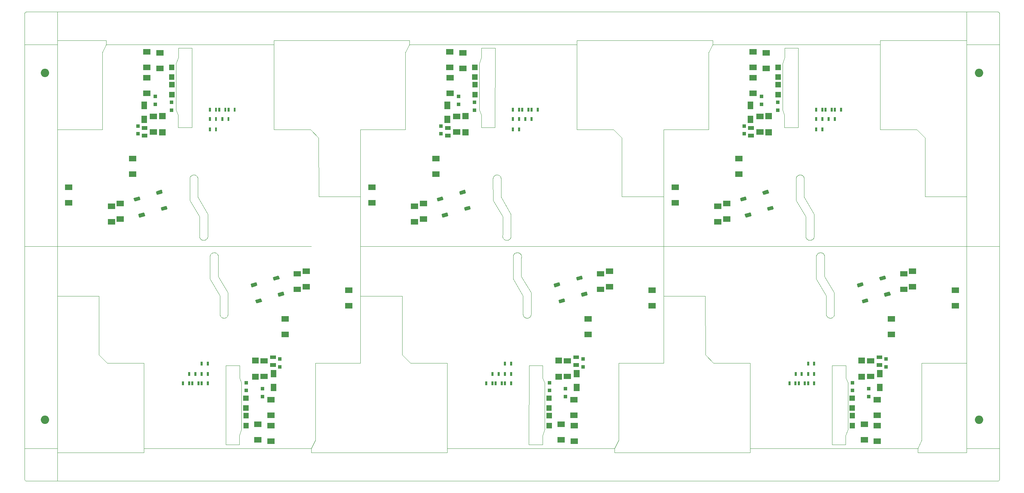
<source format=gbp>
*
%FSLAX36Y36*%
%MOIN*%
%ADD10C,0.010000*%
%ADD11R,0.053000X0.053000*%
%ADD12R,0.052000X0.052000*%
%ADD13R,0.059000X0.059000*%
%ADD14R,0.019690X0.019690*%
%ADD15R,0.055000X0.055000*%
%ADD16R,0.035430X0.035430*%
%ADD17C,0.003937*%
%ADD18C,0.080709*%
%IPPOS*%
%LNs2c02725.gbp*%
%LPD*%
G75*
G54D10*
X2274551Y1759519D02*
X2227542Y1745500D01*
X2234812Y1721130D01*
X2281821Y1735150D01*
X2274551Y1759519D01*
X2276262Y1753780D02*
X2255321D01*
X2279242Y1743780D02*
X2228051D01*
X2277251Y1733780D02*
X2231042D01*
X2243721Y1723780D02*
X2234021D01*
X2277031Y1751190D02*
Y1733719D01*
X2267031Y1757280D02*
Y1730740D01*
X2257031Y1754300D02*
Y1727760D01*
X2247031Y1751310D02*
Y1724769D01*
X2237031Y1748330D02*
Y1721790D01*
X2228421Y1914210D02*
X2181412Y1900180D01*
X2188681Y1875810D01*
X2235692Y1889830D01*
X2228421Y1914210D01*
X2228542Y1913780D02*
X2227012D01*
X2231521Y1903780D02*
X2193481D01*
X2234512Y1893780D02*
X2183321D01*
X2215412Y1883780D02*
X2186301D01*
X2227031Y1913790D02*
Y1887250D01*
X2217031Y1910810D02*
Y1884269D01*
X2207031Y1907830D02*
Y1881290D01*
X2197031Y1904850D02*
Y1878310D01*
X2187031Y1901860D02*
Y1881319D01*
X2444221Y1978569D02*
X2397212Y1964550D01*
X2404481Y1940180D01*
X2451492Y1954200D01*
X2444221Y1978569D01*
X2445651Y1973780D02*
X2428181D01*
X2448631Y1963780D02*
X2397442D01*
X2450112Y1953780D02*
X2400421D01*
X2416581Y1943780D02*
X2403401D01*
X2447031Y1969130D02*
Y1952869D01*
X2437031Y1976419D02*
Y1949880D01*
X2427031Y1973440D02*
Y1946900D01*
X2417031Y1970460D02*
Y1943919D01*
X2407031Y1967480D02*
Y1940940D01*
X2490351Y1823880D02*
X2443351Y1809860D01*
X2450612Y1785490D01*
X2497621Y1799510D01*
X2490351Y1823880D01*
X2490381Y1823780D02*
X2490021D01*
X2493371Y1813780D02*
X2456492D01*
X2496351Y1803780D02*
X2445162D01*
X2478421Y1793780D02*
X2448142D01*
X2497031Y1801480D02*
Y1799340D01*
X2487031Y1822890D02*
Y1796350D01*
X2477031Y1819910D02*
Y1793369D01*
X2467031Y1816930D02*
Y1790390D01*
X2457031Y1813950D02*
Y1787410D01*
X2447031Y1810960D02*
Y1797490D01*
G54D11*
X2723021Y2024850D02*
X2706021D01*
X2723021Y1874850D02*
X2706021D01*
X2638021Y1999850D02*
X2621021D01*
X2638021Y1849850D02*
X2621021D01*
X2502021Y1415850D02*
X2519021D01*
X2502021Y1565850D02*
X2519021D01*
X2383021Y534850D02*
X2366021D01*
X2383021Y384850D02*
X2366021D01*
X2257531Y546780D02*
X2240531D01*
X2257531Y396780D02*
X2240531D01*
X2301021Y1009850D02*
X2318021D01*
X2301021Y1159850D02*
X2318021D01*
X2365021Y634850D02*
X2382021D01*
X2365021Y784850D02*
X2382021D01*
X3117531Y1691780D02*
X3134531D01*
X3117531Y1841780D02*
X3134531D01*
G54D12*
X2134031Y534280D02*
Y535280D01*
Y630280D02*
Y631280D01*
X2132521Y703350D02*
Y704350D01*
Y799350D02*
Y800350D01*
G54D13*
X2222521Y1006850D02*
X2226521D01*
X2222521Y1162850D02*
X2226521D01*
G54D14*
X1617512Y951660D02*
Y935910D01*
X1676562Y951660D02*
Y935910D01*
X1646562Y1025910D02*
Y1041660D01*
X1587512Y1025910D02*
Y1041660D01*
X1527512Y951660D02*
Y935910D01*
X1586562Y951660D02*
Y935910D01*
X1707512Y1141660D02*
Y1125910D01*
X1766562Y1141660D02*
Y1125910D01*
Y1025910D02*
Y1041660D01*
X1707512Y1025910D02*
Y1041660D01*
Y951660D02*
Y935910D01*
X1766562Y951660D02*
Y935910D01*
G54D15*
X2399521Y1044850D02*
Y1028850D01*
Y910850D02*
Y894850D01*
G54D16*
X2136521Y874450D03*
G54D16*
Y949250D03*
X2385192Y1120380D02*
X2404881D01*
X2385192Y1195190D02*
X2404881D01*
G54D16*
X2460031Y1177190D03*
G54D16*
Y1102380D03*
G54D16*
X2292031Y891190D03*
G54D16*
Y816380D03*
G54D10*
X5196551Y1759519D02*
X5149542Y1745500D01*
X5156812Y1721130D01*
X5203821Y1735150D01*
X5196551Y1759519D01*
X5198262Y1753780D02*
X5177321D01*
X5201242Y1743780D02*
X5150051D01*
X5199251Y1733780D02*
X5153042D01*
X5165721Y1723780D02*
X5156021D01*
X5199031Y1751190D02*
Y1733719D01*
X5189031Y1757280D02*
Y1730740D01*
X5179031Y1754300D02*
Y1727760D01*
X5169031Y1751310D02*
Y1724769D01*
X5159031Y1748330D02*
Y1721790D01*
X5150421Y1914210D02*
X5103412Y1900180D01*
X5110681Y1875810D01*
X5157692Y1889830D01*
X5150421Y1914210D01*
X5150542Y1913780D02*
X5149012D01*
X5153521Y1903780D02*
X5115481D01*
X5156512Y1893780D02*
X5105321D01*
X5137412Y1883780D02*
X5108301D01*
X5149031Y1913790D02*
Y1887250D01*
X5139031Y1910810D02*
Y1884269D01*
X5129031Y1907830D02*
Y1881290D01*
X5119031Y1904850D02*
Y1878310D01*
X5109031Y1901860D02*
Y1881319D01*
X5366221Y1978569D02*
X5319212Y1964550D01*
X5326481Y1940180D01*
X5373492Y1954200D01*
X5366221Y1978569D01*
X5367651Y1973780D02*
X5350181D01*
X5370631Y1963780D02*
X5319442D01*
X5372112Y1953780D02*
X5322421D01*
X5338581Y1943780D02*
X5325401D01*
X5369031Y1969130D02*
Y1952869D01*
X5359031Y1976419D02*
Y1949880D01*
X5349031Y1973440D02*
Y1946900D01*
X5339031Y1970460D02*
Y1943919D01*
X5329031Y1967480D02*
Y1940940D01*
X5412351Y1823880D02*
X5365351Y1809860D01*
X5372612Y1785490D01*
X5419621Y1799510D01*
X5412351Y1823880D01*
X5412381Y1823780D02*
X5412021D01*
X5415371Y1813780D02*
X5378492D01*
X5418351Y1803780D02*
X5367162D01*
X5400421Y1793780D02*
X5370142D01*
X5419031Y1801480D02*
Y1799340D01*
X5409031Y1822890D02*
Y1796350D01*
X5399031Y1819910D02*
Y1793369D01*
X5389031Y1816930D02*
Y1790390D01*
X5379031Y1813950D02*
Y1787410D01*
X5369031Y1810960D02*
Y1797490D01*
G54D11*
X5645021Y2024850D02*
X5628021D01*
X5645021Y1874850D02*
X5628021D01*
X5560021Y1999850D02*
X5543021D01*
X5560021Y1849850D02*
X5543021D01*
X5424021Y1415850D02*
X5441021D01*
X5424021Y1565850D02*
X5441021D01*
X5305021Y534850D02*
X5288021D01*
X5305021Y384850D02*
X5288021D01*
X5179531Y546780D02*
X5162531D01*
X5179531Y396780D02*
X5162531D01*
X5223021Y1009850D02*
X5240021D01*
X5223021Y1159850D02*
X5240021D01*
X5287021Y634850D02*
X5304021D01*
X5287021Y784850D02*
X5304021D01*
X6039531Y1691780D02*
X6056531D01*
X6039531Y1841780D02*
X6056531D01*
G54D12*
X5056031Y534280D02*
Y535280D01*
Y630280D02*
Y631280D01*
X5054521Y703350D02*
Y704350D01*
Y799350D02*
Y800350D01*
G54D13*
X5144521Y1006850D02*
X5148521D01*
X5144521Y1162850D02*
X5148521D01*
G54D14*
X4539512Y951660D02*
Y935910D01*
X4598562Y951660D02*
Y935910D01*
X4568562Y1025910D02*
Y1041660D01*
X4509512Y1025910D02*
Y1041660D01*
X4449512Y951660D02*
Y935910D01*
X4508562Y951660D02*
Y935910D01*
X4629512Y1141660D02*
Y1125910D01*
X4688562Y1141660D02*
Y1125910D01*
Y1025910D02*
Y1041660D01*
X4629512Y1025910D02*
Y1041660D01*
Y951660D02*
Y935910D01*
X4688562Y951660D02*
Y935910D01*
G54D15*
X5321521Y1044850D02*
Y1028850D01*
Y910850D02*
Y894850D01*
G54D16*
X5058521Y874450D03*
G54D16*
Y949250D03*
X5307192Y1120380D02*
X5326881D01*
X5307192Y1195190D02*
X5326881D01*
G54D16*
X5382031Y1177190D03*
G54D16*
Y1102380D03*
G54D16*
X5214031Y891190D03*
G54D16*
Y816380D03*
G54D10*
X8118551Y1759519D02*
X8071542Y1745500D01*
X8078812Y1721130D01*
X8125821Y1735150D01*
X8118551Y1759519D01*
X8120262Y1753780D02*
X8099321D01*
X8123242Y1743780D02*
X8072051D01*
X8121251Y1733780D02*
X8075042D01*
X8087721Y1723780D02*
X8078021D01*
X8121031Y1751190D02*
Y1733719D01*
X8111031Y1757280D02*
Y1730740D01*
X8101031Y1754300D02*
Y1727760D01*
X8091031Y1751310D02*
Y1724769D01*
X8081031Y1748330D02*
Y1721790D01*
X8072421Y1914210D02*
X8025412Y1900180D01*
X8032681Y1875810D01*
X8079692Y1889830D01*
X8072421Y1914210D01*
X8072542Y1913780D02*
X8071012D01*
X8075521Y1903780D02*
X8037481D01*
X8078512Y1893780D02*
X8027321D01*
X8059412Y1883780D02*
X8030301D01*
X8071031Y1913790D02*
Y1887250D01*
X8061031Y1910810D02*
Y1884269D01*
X8051031Y1907830D02*
Y1881290D01*
X8041031Y1904850D02*
Y1878310D01*
X8031031Y1901860D02*
Y1881319D01*
X8288221Y1978569D02*
X8241212Y1964550D01*
X8248481Y1940180D01*
X8295492Y1954200D01*
X8288221Y1978569D01*
X8289651Y1973780D02*
X8272181D01*
X8292631Y1963780D02*
X8241442D01*
X8294112Y1953780D02*
X8244421D01*
X8260581Y1943780D02*
X8247401D01*
X8291031Y1969130D02*
Y1952869D01*
X8281031Y1976419D02*
Y1949880D01*
X8271031Y1973440D02*
Y1946900D01*
X8261031Y1970460D02*
Y1943919D01*
X8251031Y1967480D02*
Y1940940D01*
X8334351Y1823880D02*
X8287351Y1809860D01*
X8294612Y1785490D01*
X8341621Y1799510D01*
X8334351Y1823880D01*
X8334381Y1823780D02*
X8334021D01*
X8337371Y1813780D02*
X8300492D01*
X8340351Y1803780D02*
X8289162D01*
X8322421Y1793780D02*
X8292142D01*
X8341031Y1801480D02*
Y1799340D01*
X8331031Y1822890D02*
Y1796350D01*
X8321031Y1819910D02*
Y1793369D01*
X8311031Y1816930D02*
Y1790390D01*
X8301031Y1813950D02*
Y1787410D01*
X8291031Y1810960D02*
Y1797490D01*
G54D11*
X8567021Y2024850D02*
X8550021D01*
X8567021Y1874850D02*
X8550021D01*
X8482021Y1999850D02*
X8465021D01*
X8482021Y1849850D02*
X8465021D01*
X8346021Y1415850D02*
X8363021D01*
X8346021Y1565850D02*
X8363021D01*
X8227021Y534850D02*
X8210021D01*
X8227021Y384850D02*
X8210021D01*
X8101531Y546780D02*
X8084531D01*
X8101531Y396780D02*
X8084531D01*
X8145021Y1009850D02*
X8162021D01*
X8145021Y1159850D02*
X8162021D01*
X8209021Y634850D02*
X8226021D01*
X8209021Y784850D02*
X8226021D01*
X8961531Y1691780D02*
X8978531D01*
X8961531Y1841780D02*
X8978531D01*
G54D12*
X7978031Y534280D02*
Y535280D01*
Y630280D02*
Y631280D01*
X7976521Y703350D02*
Y704350D01*
Y799350D02*
Y800350D01*
G54D13*
X8066521Y1006850D02*
X8070521D01*
X8066521Y1162850D02*
X8070521D01*
G54D14*
X7461512Y951660D02*
Y935910D01*
X7520562Y951660D02*
Y935910D01*
X7490562Y1025910D02*
Y1041660D01*
X7431512Y1025910D02*
Y1041660D01*
X7371512Y951660D02*
Y935910D01*
X7430562Y951660D02*
Y935910D01*
X7551512Y1141660D02*
Y1125910D01*
X7610562Y1141660D02*
Y1125910D01*
Y1025910D02*
Y1041660D01*
X7551512Y1025910D02*
Y1041660D01*
Y951660D02*
Y935910D01*
X7610562Y951660D02*
Y935910D01*
G54D15*
X8243521Y1044850D02*
Y1028850D01*
Y910850D02*
Y894850D01*
G54D16*
X7980521Y874450D03*
G54D16*
Y949250D03*
X8229192Y1120380D02*
X8248881D01*
X8229192Y1195190D02*
X8248881D01*
G54D16*
X8304031Y1177190D03*
G54D16*
Y1102380D03*
G54D16*
X8136031Y891190D03*
G54D16*
Y816380D03*
G54D10*
X1277512Y2768040D02*
X1324521Y2782060D01*
X1317251Y2806430D01*
X1270242Y2792410D01*
X1277512Y2768040D01*
X1275801Y2773780D02*
X1296742D01*
X1272821Y2783780D02*
X1324012D01*
X1274812Y2793780D02*
X1321021D01*
X1308342Y2803780D02*
X1318042D01*
X1275031Y2776369D02*
Y2793840D01*
X1285031Y2770280D02*
Y2796819D01*
X1295031Y2773260D02*
Y2799800D01*
X1305031Y2776250D02*
Y2802790D01*
X1315031Y2779230D02*
Y2805769D01*
X1323642Y2613350D02*
X1370651Y2627380D01*
X1363381Y2651750D01*
X1316371Y2637730D01*
X1323642Y2613350D01*
X1323521Y2613780D02*
X1325051D01*
X1320542Y2623780D02*
X1358581D01*
X1317551Y2633780D02*
X1368742D01*
X1336651Y2643780D02*
X1365762D01*
X1325031Y2613769D02*
Y2640310D01*
X1335031Y2616750D02*
Y2643290D01*
X1345031Y2619730D02*
Y2646269D01*
X1355031Y2622710D02*
Y2649250D01*
X1365031Y2625700D02*
Y2646240D01*
X1107842Y2548990D02*
X1154851Y2563010D01*
X1147581Y2587380D01*
X1100571Y2573360D01*
X1107842Y2548990D01*
X1106412Y2553780D02*
X1123881D01*
X1103431Y2563780D02*
X1154621D01*
X1101951Y2573780D02*
X1151642D01*
X1135481Y2583780D02*
X1148662D01*
X1105031Y2558430D02*
Y2574690D01*
X1115031Y2551140D02*
Y2577680D01*
X1125031Y2554119D02*
Y2580660D01*
X1135031Y2557100D02*
Y2583640D01*
X1145031Y2560080D02*
Y2586619D01*
X1061712Y2703680D02*
X1108712Y2717700D01*
X1101451Y2742069D01*
X1054442Y2728050D01*
X1061712Y2703680D01*
X1061681Y2703780D02*
X1062042D01*
X1058692Y2713780D02*
X1095571D01*
X1055712Y2723780D02*
X1106901D01*
X1073642Y2733780D02*
X1103921D01*
X1055031Y2726080D02*
Y2728219D01*
X1065031Y2704669D02*
Y2731210D01*
X1075031Y2707650D02*
Y2734190D01*
X1085031Y2710630D02*
Y2737169D01*
X1095031Y2713610D02*
Y2740150D01*
X1105031Y2716600D02*
Y2730069D01*
G54D11*
X829042Y2502710D02*
X846042D01*
X829042Y2652710D02*
X846042D01*
X914042Y2527710D02*
X931042D01*
X914042Y2677710D02*
X931042D01*
X1050042Y3111710D02*
X1033042D01*
X1050042Y2961710D02*
X1033042D01*
X1169042Y3992710D02*
X1186042D01*
X1169042Y4142710D02*
X1186042D01*
X1294531Y3980780D02*
X1311531D01*
X1294531Y4130780D02*
X1311531D01*
X1251042Y3517710D02*
X1234042D01*
X1251042Y3367710D02*
X1234042D01*
X1187042Y3892710D02*
X1170042D01*
X1187042Y3742710D02*
X1170042D01*
X434531Y2835780D02*
X417531D01*
X434531Y2685780D02*
X417531D01*
G54D12*
X1418031Y3993280D02*
Y3992280D01*
Y3897280D02*
Y3896280D01*
X1419542Y3824210D02*
Y3823210D01*
Y3728210D02*
Y3727210D01*
G54D13*
X1329542Y3520710D02*
X1325542D01*
X1329542Y3364710D02*
X1325542D01*
G54D14*
X1934551Y3575900D02*
Y3591650D01*
X1875501Y3575900D02*
Y3591650D01*
X1905501Y3501650D02*
Y3485900D01*
X1964551Y3501650D02*
Y3485900D01*
X2024551Y3575900D02*
Y3591650D01*
X1965501Y3575900D02*
Y3591650D01*
X1844551Y3385900D02*
Y3401650D01*
X1785501Y3385900D02*
Y3401650D01*
Y3501650D02*
Y3485900D01*
X1844551Y3501650D02*
Y3485900D01*
Y3575900D02*
Y3591650D01*
X1785501Y3575900D02*
Y3591650D01*
G54D15*
X1152542Y3482710D02*
Y3498710D01*
Y3616710D02*
Y3632710D01*
G54D16*
X1415542Y3653110D03*
Y3578310D03*
X1166871Y3407180D02*
X1147181D01*
X1166871Y3332369D02*
X1147181D01*
X1092031Y3350369D03*
Y3425180D03*
X1260031Y3636369D03*
Y3711180D03*
G54D10*
X4199512Y2768040D02*
X4246521Y2782060D01*
X4239251Y2806430D01*
X4192242Y2792410D01*
X4199512Y2768040D01*
X4197801Y2773780D02*
X4218742D01*
X4194821Y2783780D02*
X4246012D01*
X4196812Y2793780D02*
X4243021D01*
X4230342Y2803780D02*
X4240042D01*
X4197031Y2776369D02*
Y2793840D01*
X4207031Y2770280D02*
Y2796819D01*
X4217031Y2773260D02*
Y2799800D01*
X4227031Y2776250D02*
Y2802790D01*
X4237031Y2779230D02*
Y2805769D01*
X4245642Y2613350D02*
X4292651Y2627380D01*
X4285381Y2651750D01*
X4238371Y2637730D01*
X4245642Y2613350D01*
X4245521Y2613780D02*
X4247051D01*
X4242542Y2623780D02*
X4280581D01*
X4239551Y2633780D02*
X4290742D01*
X4258651Y2643780D02*
X4287762D01*
X4247031Y2613769D02*
Y2640310D01*
X4257031Y2616750D02*
Y2643290D01*
X4267031Y2619730D02*
Y2646269D01*
X4277031Y2622710D02*
Y2649250D01*
X4287031Y2625700D02*
Y2646240D01*
X4029842Y2548990D02*
X4076851Y2563010D01*
X4069581Y2587380D01*
X4022571Y2573360D01*
X4029842Y2548990D01*
X4028412Y2553780D02*
X4045881D01*
X4025431Y2563780D02*
X4076621D01*
X4023951Y2573780D02*
X4073642D01*
X4057481Y2583780D02*
X4070662D01*
X4027031Y2558430D02*
Y2574690D01*
X4037031Y2551140D02*
Y2577680D01*
X4047031Y2554119D02*
Y2580660D01*
X4057031Y2557100D02*
Y2583640D01*
X4067031Y2560080D02*
Y2586619D01*
X3983712Y2703680D02*
X4030712Y2717700D01*
X4023451Y2742069D01*
X3976442Y2728050D01*
X3983712Y2703680D01*
X3983681Y2703780D02*
X3984042D01*
X3980692Y2713780D02*
X4017571D01*
X3977712Y2723780D02*
X4028901D01*
X3995642Y2733780D02*
X4025921D01*
X3977031Y2726080D02*
Y2728219D01*
X3987031Y2704669D02*
Y2731210D01*
X3997031Y2707650D02*
Y2734190D01*
X4007031Y2710630D02*
Y2737169D01*
X4017031Y2713610D02*
Y2740150D01*
X4027031Y2716600D02*
Y2730069D01*
G54D11*
X3751042Y2502710D02*
X3768042D01*
X3751042Y2652710D02*
X3768042D01*
X3836042Y2527710D02*
X3853042D01*
X3836042Y2677710D02*
X3853042D01*
X3972042Y3111710D02*
X3955042D01*
X3972042Y2961710D02*
X3955042D01*
X4091042Y3992710D02*
X4108042D01*
X4091042Y4142710D02*
X4108042D01*
X4216531Y3980780D02*
X4233531D01*
X4216531Y4130780D02*
X4233531D01*
X4173042Y3517710D02*
X4156042D01*
X4173042Y3367710D02*
X4156042D01*
X4109042Y3892710D02*
X4092042D01*
X4109042Y3742710D02*
X4092042D01*
X3356531Y2835780D02*
X3339531D01*
X3356531Y2685780D02*
X3339531D01*
G54D12*
X4340031Y3993280D02*
Y3992280D01*
Y3897280D02*
Y3896280D01*
X4341542Y3824210D02*
Y3823210D01*
Y3728210D02*
Y3727210D01*
G54D13*
X4251542Y3520710D02*
X4247542D01*
X4251542Y3364710D02*
X4247542D01*
G54D14*
X4856551Y3575900D02*
Y3591650D01*
X4797501Y3575900D02*
Y3591650D01*
X4827501Y3501650D02*
Y3485900D01*
X4886551Y3501650D02*
Y3485900D01*
X4946551Y3575900D02*
Y3591650D01*
X4887501Y3575900D02*
Y3591650D01*
X4766551Y3385900D02*
Y3401650D01*
X4707501Y3385900D02*
Y3401650D01*
Y3501650D02*
Y3485900D01*
X4766551Y3501650D02*
Y3485900D01*
Y3575900D02*
Y3591650D01*
X4707501Y3575900D02*
Y3591650D01*
G54D15*
X4074542Y3482710D02*
Y3498710D01*
Y3616710D02*
Y3632710D01*
G54D16*
X4337542Y3653110D03*
Y3578310D03*
X4088871Y3407180D02*
X4069181D01*
X4088871Y3332369D02*
X4069181D01*
X4014031Y3350369D03*
Y3425180D03*
X4182031Y3636369D03*
Y3711180D03*
G54D10*
X7121512Y2768040D02*
X7168521Y2782060D01*
X7161251Y2806430D01*
X7114242Y2792410D01*
X7121512Y2768040D01*
X7119801Y2773780D02*
X7140742D01*
X7116821Y2783780D02*
X7168012D01*
X7118812Y2793780D02*
X7165021D01*
X7152342Y2803780D02*
X7162042D01*
X7119031Y2776369D02*
Y2793840D01*
X7129031Y2770280D02*
Y2796819D01*
X7139031Y2773260D02*
Y2799800D01*
X7149031Y2776250D02*
Y2802790D01*
X7159031Y2779230D02*
Y2805769D01*
X7167642Y2613350D02*
X7214651Y2627380D01*
X7207381Y2651750D01*
X7160371Y2637730D01*
X7167642Y2613350D01*
X7167521Y2613780D02*
X7169051D01*
X7164542Y2623780D02*
X7202581D01*
X7161551Y2633780D02*
X7212742D01*
X7180651Y2643780D02*
X7209762D01*
X7169031Y2613769D02*
Y2640310D01*
X7179031Y2616750D02*
Y2643290D01*
X7189031Y2619730D02*
Y2646269D01*
X7199031Y2622710D02*
Y2649250D01*
X7209031Y2625700D02*
Y2646240D01*
X6951842Y2548990D02*
X6998851Y2563010D01*
X6991581Y2587380D01*
X6944571Y2573360D01*
X6951842Y2548990D01*
X6950412Y2553780D02*
X6967881D01*
X6947431Y2563780D02*
X6998621D01*
X6945951Y2573780D02*
X6995642D01*
X6979481Y2583780D02*
X6992662D01*
X6949031Y2558430D02*
Y2574690D01*
X6959031Y2551140D02*
Y2577680D01*
X6969031Y2554119D02*
Y2580660D01*
X6979031Y2557100D02*
Y2583640D01*
X6989031Y2560080D02*
Y2586619D01*
X6905712Y2703680D02*
X6952712Y2717700D01*
X6945451Y2742069D01*
X6898442Y2728050D01*
X6905712Y2703680D01*
X6905681Y2703780D02*
X6906042D01*
X6902692Y2713780D02*
X6939571D01*
X6899712Y2723780D02*
X6950901D01*
X6917642Y2733780D02*
X6947921D01*
X6899031Y2726080D02*
Y2728219D01*
X6909031Y2704669D02*
Y2731210D01*
X6919031Y2707650D02*
Y2734190D01*
X6929031Y2710630D02*
Y2737169D01*
X6939031Y2713610D02*
Y2740150D01*
X6949031Y2716600D02*
Y2730069D01*
G54D11*
X6673042Y2502710D02*
X6690042D01*
X6673042Y2652710D02*
X6690042D01*
X6758042Y2527710D02*
X6775042D01*
X6758042Y2677710D02*
X6775042D01*
X6894042Y3111710D02*
X6877042D01*
X6894042Y2961710D02*
X6877042D01*
X7013042Y3992710D02*
X7030042D01*
X7013042Y4142710D02*
X7030042D01*
X7138531Y3980780D02*
X7155531D01*
X7138531Y4130780D02*
X7155531D01*
X7095042Y3517710D02*
X7078042D01*
X7095042Y3367710D02*
X7078042D01*
X7031042Y3892710D02*
X7014042D01*
X7031042Y3742710D02*
X7014042D01*
X6278531Y2835780D02*
X6261531D01*
X6278531Y2685780D02*
X6261531D01*
G54D12*
X7262031Y3993280D02*
Y3992280D01*
Y3897280D02*
Y3896280D01*
X7263542Y3824210D02*
Y3823210D01*
Y3728210D02*
Y3727210D01*
G54D13*
X7173542Y3520710D02*
X7169542D01*
X7173542Y3364710D02*
X7169542D01*
G54D14*
X7778551Y3575900D02*
Y3591650D01*
X7719501Y3575900D02*
Y3591650D01*
X7749501Y3501650D02*
Y3485900D01*
X7808551Y3501650D02*
Y3485900D01*
X7868551Y3575900D02*
Y3591650D01*
X7809501Y3575900D02*
Y3591650D01*
X7688551Y3385900D02*
Y3401650D01*
X7629501Y3385900D02*
Y3401650D01*
Y3501650D02*
Y3485900D01*
X7688551Y3501650D02*
Y3485900D01*
Y3575900D02*
Y3591650D01*
X7629501Y3575900D02*
Y3591650D01*
G54D15*
X6996542Y3482710D02*
Y3498710D01*
Y3616710D02*
Y3632710D01*
G54D16*
X7259542Y3653110D03*
Y3578310D03*
X7010871Y3407180D02*
X6991181D01*
X7010871Y3332369D02*
X6991181D01*
X6936031Y3350369D03*
Y3425180D03*
X7104031Y3636369D03*
Y3711180D03*
G54D17*
X6994421Y314969D02*
X8608592D01*
X3237031Y2263780D02*
Y2743780D01*
X2835031D01*
X2834612Y3311019D01*
X2755871Y3389760D01*
X2401642D01*
Y4212590D01*
X787471D01*
X748101Y4133850D01*
Y3389760D01*
X315031D01*
Y4527559D02*
Y0D01*
X1482542Y4177710D02*
X1612871D01*
X1612542Y3412710D01*
X1480542D01*
Y3532390D01*
X1461042Y3580890D01*
Y4028490D01*
X1482542Y4088490D01*
Y4177710D01*
X1592051Y2918150D02*
X1592721Y2709319D01*
X1686962Y2552319D01*
X1687112Y2376240D01*
X1685596Y2370120D01*
X1685052Y2363838D01*
X1685493Y2357549D01*
X1686908Y2351405D01*
X1689263Y2345556D01*
X1692500Y2340146D01*
X1696540Y2335306D01*
X1701285Y2331154D01*
X1706618Y2327791D01*
X1712410Y2325300D01*
X1718519Y2323742D01*
X1724796Y2323154D01*
X1731089Y2323551D01*
X1737243Y2324924D01*
X1743107Y2327238D01*
X1748540Y2330437D01*
X1753409Y2334443D01*
X1757594Y2339158D01*
X1760993Y2344468D01*
X1763524Y2350243D01*
X1765125Y2356341D01*
X1765421Y2358240D01*
Y2358219D02*
X1764731Y2575580D01*
X1670351Y2741100D01*
X1670212Y2913150D01*
Y2913119D02*
X1670185Y2919330D01*
X1669178Y2925458D01*
X1667214Y2931350D01*
X1664343Y2936858D01*
X1660638Y2941842D01*
X1656192Y2946178D01*
X1651116Y2949757D01*
X1645538Y2952488D01*
X1639598Y2954303D01*
X1633447Y2955157D01*
X1627237Y2955027D01*
X1621127Y2953917D01*
X1615268Y2951855D01*
X1609809Y2948893D01*
X1604887Y2945106D01*
X1600626Y2940588D01*
X1597133Y2935453D01*
X1594495Y2929830D01*
X1592779Y2923861D01*
X1592051Y2918180D01*
X6159031Y2263780D02*
Y2743780D01*
X5757031D01*
X5756612Y3311019D01*
X5677871Y3389760D01*
X5323642D01*
Y4212590D01*
X3709471D01*
X3670101Y4133850D01*
Y3389760D01*
X3237031D01*
Y2263780D01*
X4404542Y4177710D02*
X4534871D01*
X4534542Y3412710D01*
X4402542D01*
Y3532390D01*
X4383042Y3580890D01*
Y4028490D01*
X4404542Y4088490D01*
Y4177710D01*
X4514051Y2918150D02*
X4514721Y2709319D01*
X4608962Y2552319D01*
X4609112Y2376240D01*
X4607596Y2370120D01*
X4607052Y2363838D01*
X4607493Y2357549D01*
X4608908Y2351405D01*
X4611263Y2345556D01*
X4614500Y2340146D01*
X4618540Y2335306D01*
X4623285Y2331154D01*
X4628618Y2327791D01*
X4634410Y2325300D01*
X4640519Y2323742D01*
X4646796Y2323154D01*
X4653089Y2323551D01*
X4659243Y2324924D01*
X4665107Y2327238D01*
X4670540Y2330437D01*
X4675409Y2334443D01*
X4679594Y2339158D01*
X4682993Y2344468D01*
X4685524Y2350243D01*
X4687125Y2356341D01*
X4687421Y2358240D01*
Y2358219D02*
X4686731Y2575580D01*
X4592351Y2741100D01*
X4592212Y2913150D01*
Y2913119D02*
X4592185Y2919330D01*
X4591178Y2925458D01*
X4589214Y2931350D01*
X4586343Y2936858D01*
X4582638Y2941842D01*
X4578192Y2946178D01*
X4573116Y2949757D01*
X4567538Y2952488D01*
X4561598Y2954303D01*
X4555447Y2955157D01*
X4549237Y2955027D01*
X4543127Y2953917D01*
X4537268Y2951855D01*
X4531809Y2948893D01*
X4526887Y2945106D01*
X4522626Y2940588D01*
X4519133Y2935453D01*
X4516495Y2929830D01*
X4514779Y2923861D01*
X4514051Y2918180D01*
X9081031Y314969D02*
Y4527559D01*
Y2743780D02*
X8679031D01*
X8678612Y3311019D01*
X8599871Y3389760D01*
X8245642D01*
Y4212590D01*
X9396063D02*
X9081031D01*
X6631471D02*
X6592101Y4133850D01*
Y3389760D01*
X6159031D01*
Y2263780D01*
X7326542Y4177710D02*
X7456871D01*
X7456542Y3412710D01*
X7324542D01*
Y3532390D01*
X7305042Y3580890D01*
Y4028490D01*
X7326542Y4088490D01*
Y4177710D01*
X7436051Y2918150D02*
X7436721Y2709319D01*
X7530962Y2552319D01*
X7531112Y2376240D01*
X7529596Y2370120D01*
X7529052Y2363838D01*
X7529493Y2357549D01*
X7530908Y2351405D01*
X7533263Y2345556D01*
X7536500Y2340146D01*
X7540540Y2335306D01*
X7545285Y2331154D01*
X7550618Y2327791D01*
X7556410Y2325300D01*
X7562519Y2323742D01*
X7568796Y2323154D01*
X7575089Y2323551D01*
X7581243Y2324924D01*
X7587107Y2327238D01*
X7592540Y2330437D01*
X7597409Y2334443D01*
X7601594Y2339158D01*
X7604993Y2344468D01*
X7607524Y2350243D01*
X7609125Y2356341D01*
X7609421Y2358240D01*
Y2358219D02*
X7608731Y2575580D01*
X7514351Y2741100D01*
X7514212Y2913150D01*
Y2913119D02*
X7514185Y2919330D01*
X7513178Y2925458D01*
X7511214Y2931350D01*
X7508343Y2936858D01*
X7504638Y2941842D01*
X7500192Y2946178D01*
X7495116Y2949757D01*
X7489538Y2952488D01*
X7483598Y2954303D01*
X7477447Y2955157D01*
X7471237Y2955027D01*
X7465127Y2953917D01*
X7459268Y2951855D01*
X7453809Y2948893D01*
X7448887Y2945106D01*
X7444626Y2940588D01*
X7441133Y2935453D01*
X7438495Y2929830D01*
X7436779Y2923861D01*
X7436051Y2918180D01*
X6159031Y2263780D02*
X9396063D01*
X0Y19685D02*
Y4507874D01*
X19685Y4527559D02*
X9376378D01*
X9396063Y4507874D02*
Y19685D01*
X9376378Y0D02*
X19685D01*
X8245642Y4212590D02*
X6631471D01*
X315031D02*
X0D01*
X9081031D02*
Y4251960D01*
X8245642D01*
Y4212590D01*
X6631471D02*
Y4251960D01*
X5323642D01*
Y4212590D01*
X787471D02*
Y4251960D01*
X315031D01*
Y4212590D01*
X3709471D02*
Y4251960D01*
X2401642D01*
Y4212590D01*
X6994421Y2263780D02*
X8608592D01*
X4072421D02*
X5686592D01*
X0D02*
X2764592D01*
X6159031D02*
Y1783780D01*
X6561031D01*
X6561451Y1216540D01*
X6640192Y1137800D01*
X6994421D01*
Y314969D01*
X8608592D01*
X8647962Y393710D01*
Y1137800D01*
X9081031D01*
X7913521Y349850D02*
X7783192D01*
X7783521Y1114850D01*
X7915521D01*
Y995169D01*
X7935021Y946669D01*
Y499069D01*
X7913521Y439069D01*
Y349850D01*
X7804012Y1609410D02*
X7803342Y1818240D01*
X7709101Y1975240D01*
X7708951Y2151319D01*
X7710467Y2157439D01*
X7711011Y2163721D01*
X7710570Y2170010D01*
X7709155Y2176154D01*
X7706800Y2182003D01*
X7703563Y2187413D01*
X7699523Y2192253D01*
X7694778Y2196405D01*
X7689445Y2199768D01*
X7683653Y2202259D01*
X7677544Y2203817D01*
X7671267Y2204405D01*
X7664974Y2204008D01*
X7658820Y2202635D01*
X7652956Y2200321D01*
X7647523Y2197122D01*
X7642654Y2193116D01*
X7638469Y2188401D01*
X7635070Y2183091D01*
X7632539Y2177317D01*
X7630938Y2171218D01*
X7630642Y2169319D01*
Y2169340D02*
X7631331Y1951980D01*
X7725712Y1786460D01*
X7725851Y1614410D01*
Y1614440D02*
X7725878Y1608229D01*
X7726885Y1602101D01*
X7728849Y1596209D01*
X7731720Y1590701D01*
X7735425Y1585717D01*
X7739871Y1581381D01*
X7744947Y1577802D01*
X7750525Y1575071D01*
X7756465Y1573256D01*
X7762616Y1572402D01*
X7768826Y1572532D01*
X7774936Y1573642D01*
X7780795Y1575704D01*
X7786254Y1578666D01*
X7791176Y1582453D01*
X7795437Y1586971D01*
X7798930Y1592106D01*
X7801568Y1597729D01*
X7803284Y1603698D01*
X7804012Y1609380D01*
X9396063Y2263780D02*
X6159031D01*
X3237031D02*
Y1783780D01*
X3639031D01*
X3639451Y1216540D01*
X3718192Y1137800D01*
X4072421D01*
Y314969D01*
X5686592D01*
X5725962Y393710D01*
Y1137800D01*
X6159031D01*
Y2263780D01*
X4991521Y349850D02*
X4861192D01*
X4861521Y1114850D01*
X4993521D01*
Y995169D01*
X5013021Y946669D01*
Y499069D01*
X4991521Y439069D01*
Y349850D01*
X4882012Y1609410D02*
X4881342Y1818240D01*
X4787101Y1975240D01*
X4786951Y2151319D01*
X4788467Y2157439D01*
X4789011Y2163721D01*
X4788570Y2170010D01*
X4787155Y2176154D01*
X4784800Y2182003D01*
X4781563Y2187413D01*
X4777523Y2192253D01*
X4772778Y2196405D01*
X4767445Y2199768D01*
X4761653Y2202259D01*
X4755544Y2203817D01*
X4749267Y2204405D01*
X4742974Y2204008D01*
X4736820Y2202635D01*
X4730956Y2200321D01*
X4725523Y2197122D01*
X4720654Y2193116D01*
X4716469Y2188401D01*
X4713070Y2183091D01*
X4710539Y2177317D01*
X4708938Y2171218D01*
X4708642Y2169319D01*
Y2169340D02*
X4709331Y1951980D01*
X4803712Y1786460D01*
X4803851Y1614410D01*
Y1614440D02*
X4803878Y1608229D01*
X4804885Y1602101D01*
X4806849Y1596209D01*
X4809720Y1590701D01*
X4813425Y1585717D01*
X4817871Y1581381D01*
X4822947Y1577802D01*
X4828525Y1575071D01*
X4834465Y1573256D01*
X4840616Y1572402D01*
X4846826Y1572532D01*
X4852936Y1573642D01*
X4858795Y1575704D01*
X4864254Y1578666D01*
X4869176Y1582453D01*
X4873437Y1586971D01*
X4876930Y1592106D01*
X4879568Y1597729D01*
X4881284Y1603698D01*
X4882012Y1609380D01*
X6159031Y2263780D02*
X3237031D01*
X315031Y1783780D02*
X717031D01*
X717451Y1216540D01*
X796192Y1137800D01*
X1150421D01*
Y314969D01*
X2764592D02*
X2803962Y393710D01*
Y1137800D01*
X3237031D01*
Y2263780D01*
X2069521Y349850D02*
X1939192D01*
X1939521Y1114850D01*
X2071521D01*
Y995169D01*
X2091021Y946669D01*
Y499069D01*
X2069521Y439069D01*
Y349850D01*
X1960012Y1609410D02*
X1959342Y1818240D01*
X1865101Y1975240D01*
X1864951Y2151319D01*
X1866467Y2157439D01*
X1867011Y2163721D01*
X1866570Y2170010D01*
X1865155Y2176154D01*
X1862800Y2182003D01*
X1859563Y2187413D01*
X1855523Y2192253D01*
X1850778Y2196405D01*
X1845445Y2199768D01*
X1839653Y2202259D01*
X1833544Y2203817D01*
X1827267Y2204405D01*
X1820974Y2204008D01*
X1814820Y2202635D01*
X1808956Y2200321D01*
X1803523Y2197122D01*
X1798654Y2193116D01*
X1794469Y2188401D01*
X1791070Y2183091D01*
X1788539Y2177317D01*
X1786938Y2171218D01*
X1786642Y2169319D01*
Y2169340D02*
X1787331Y1951980D01*
X1881712Y1786460D01*
X1881851Y1614410D01*
Y1614440D02*
X1881878Y1608229D01*
X1882885Y1602101D01*
X1884849Y1596209D01*
X1887720Y1590701D01*
X1891425Y1585717D01*
X1895871Y1581381D01*
X1900947Y1577802D01*
X1906525Y1575071D01*
X1912465Y1573256D01*
X1918616Y1572402D01*
X1924826Y1572532D01*
X1930936Y1573642D01*
X1936795Y1575704D01*
X1942254Y1578666D01*
X1947176Y1582453D01*
X1951437Y1586971D01*
X1954930Y1592106D01*
X1957568Y1597729D01*
X1959284Y1603698D01*
X1960012Y1609380D01*
X0Y314969D02*
X315031D01*
X9081031D02*
X9396063D01*
X315031D02*
Y275599D01*
X1150421D01*
Y314969D01*
X2764592D02*
Y275599D01*
X4072421D01*
Y314969D01*
X8608592D02*
Y275599D01*
X9081031D01*
Y314969D01*
Y2263780D02*
X9120402D01*
X5686592Y314969D02*
Y275599D01*
X6994421D01*
Y314969D01*
X275661Y2263780D02*
X315031D01*
X9081031Y314969D02*
X9396063D01*
X1150421D02*
X2764592D01*
X0Y19685D02*
X491Y15314D01*
X1941Y11161D01*
X4277Y7434D01*
X7382Y4319D01*
X11101Y1970D01*
X15249Y506D01*
X19618Y0D01*
X19685Y0D01*
Y4527559D02*
X15314Y4527068D01*
X11161Y4525618D01*
X7434Y4523282D01*
X4319Y4520177D01*
X1970Y4516458D01*
X506Y4512310D01*
X0Y4507941D01*
X0Y4507874D01*
X9376378Y4527559D02*
X9380749Y4527068D01*
X9384902Y4525618D01*
X9388629Y4523282D01*
X9391744Y4520177D01*
X9394093Y4516458D01*
X9395557Y4512310D01*
X9396063Y4507941D01*
X9396063Y4507874D01*
Y19685D02*
X9395572Y15314D01*
X9394122Y11161D01*
X9391786Y7434D01*
X9388681Y4319D01*
X9384962Y1970D01*
X9380814Y506D01*
X9376445Y0D01*
X9376378Y0D01*
G54D18*
X196850Y590551D03*
Y3937008D03*
X9199213D03*
Y590551D03*
M02*

</source>
